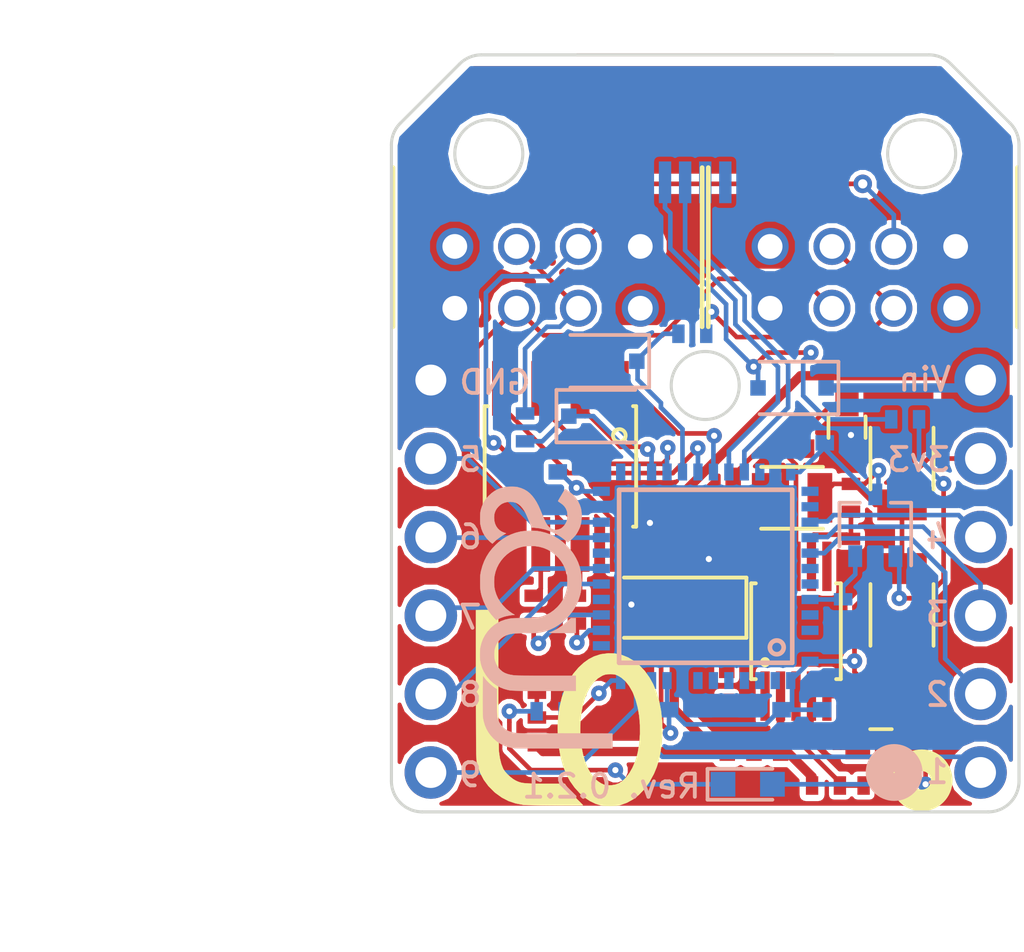
<source format=kicad_pcb>
(kicad_pcb (version 20221018) (generator pcbnew)
  (layers (0 "F.Cu" signal) (31 "B.Cu" signal) (34 "B.Paste" user) (35 "F.Paste" user) (36 "B.SilkS" user "B.Silkscreen") (37 "F.SilkS" user "F.Silkscreen") (38 "B.Mask" user) (39 "F.Mask" user) (44 "Edge.Cuts" user))
  (net 0 "")
  (net 1 "Net-(U2-Pad2)")
  (net 2 "Net-(U2-Pad3)")
  (net 3 "Net-(U2-Pad4)")
  (net 4 "Net-(U2-Pad5)")
  (net 5 "Net-(U2-Pad6)")
  (net 6 "Net-(U2-Pad7)")
  (net 7 "Net-(U2-Pad14)")
  (net 8 "Net-(U2-Pad17)")
  (net 9 "Net-(U2-Pad20)")
  (net 10 "Net-(U2-Pad25)")
  (net 11 "Net-(U2-Pad34)")
  (net 12 "Net-(U2-Pad37)")
  (net 13 "Net-(U2-Pad38)")
  (net 14 "Net-(U2-Pad42)")
  (net 15 "Net-(U2-Pad43)")
  (net 16 "Net-(U2-Pad45)")
  (net 17 "Net-(U2-Pad46)")
  (net 18 "Net-(J3-Pad4)")
  (net 19 "/RxD")
  (net 20 "/DE")
  (net 21 "/PTPA")
  (net 22 "/TxD")
  (net 23 "/PTPB")
  (net 24 "/RE")
  (net 25 "GND")
  (net 26 "/A_RS_485_N")
  (net 27 "/B_RS_485_P")
  (net 28 "+3V3")
  (net 29 "/Vin")
  (net 30 "/D-")
  (net 31 "/D+")
  (net 32 "/SCK/CK")
  (net 33 "/MISO/MCK")
  (net 34 "/MOSI/SD")
  (net 35 "/TIM2.1/ADC0")
  (net 36 "/TIM2.2/ADC1")
  (net 37 "/TIM3.3")
  (net 38 "/TIM3.4")
  (net 39 "/TX/SCL/TIM2.3")
  (net 40 "/RX/SDA/TIM2.4")
  (net 41 "/BOOT0")
  (net 42 "+5VP")
  (net 43 "Net-(Q1-Pad1)")
  (net 44 "Net-(C12-Pad1)")
  (net 45 "Net-(C12-Pad2)")
  (net 46 "Net-(R5-Pad2)")
  (net 47 "Net-(C11-Pad1)")
  (net 48 "Net-(R8-Pad1)")
  (net 49 "Net-(U3-Pad6)")
  (net 50 "Net-(R10-Pad1)")
  (net 51 "Net-(C9-Pad1)")
  (net 52 "Net-(C10-Pad1)")
  (net 53 "/RS485_LVL_DOWN")
  (net 54 "/RS485_LVL_UP")
  (net 55 "Net-(R11-Pad2)")
  (net 56 "Net-(D3-Pad1)")
  (net 57 "Net-(R13-Pad2)")
  (net 58 "/PTPB_PRO")
  (net 59 "/PTPA_PRO")
  (footprint "Common_Footprint:SO8" (layer "F.Cu") (at 33.216 149.119 180)
    (fp_text reference "U1")
    (fp_text value "ST3485ECDR" hide)
  )
  (footprint "l0_Kicad_Footprint:l0_logo" (layer "F.Cu") (at 33.455 156.945)
    (fp_text reference "G***" hide)
    (fp_text value "LOGO" hide)
  )
  (footprint "Common_Footprint:SOD-123F" (layer "F.Cu") (at 36.772 153.691 180)
    (fp_text reference "D2")
    (fp_text value "SS14FL" hide)
  )
  (footprint "Common_Footprint:R_0402_NoSilk" (layer "F.Cu") (at 42.614 150.135 -90)
    (fp_text reference "R9" hide)
    (fp_text value "31.6K" hide)
  )
  (footprint "Common_Footprint:R_0402_NoSilk" (layer "F.Cu") (at 32.3524 153.7545 -90)
    (fp_text reference "R4" hide)
    (fp_text value "10K" hide)
  )
  (footprint "Common_Footprint:R_0402_NoSilk" (layer "F.Cu") (at 32.455 155.995 90)
    (fp_text reference "R12" hide)
    (fp_text value "10K" hide)
  )
  (footprint "Common_Footprint:R_0402_NoSilk" (layer "F.Cu") (at 43.12708 156.9168)
    (fp_text reference "R8" hide)
    (fp_text value "174K" hide)
  )
  (footprint "Common_Footprint:R_0402_NoSilk" (layer "F.Cu") (at 40.78012 148.54496)
    (fp_text reference "R7" hide)
    (fp_text value "150K" hide)
  )
  (footprint "Common_Footprint:R_0402_NoSilk" (layer "F.Cu") (at 43.47252 159.44664)
    (fp_text reference "R6" hide)
    (fp_text value "68.1K" hide)
  )
  (footprint "Common_Footprint:R_0402_NoSilk" (layer "F.Cu") (at 33.7494 153.7545 90)
    (fp_text reference "R3" hide)
    (fp_text value "10K" hide)
  )
  (footprint "Common_Footprint:R_0402_NoSilk" (layer "F.Cu") (at 32.455 157.695 90)
    (fp_text reference "R11" hide)
    (fp_text value "68K" hide)
  )
  (footprint "Common_Footprint:R_0402_NoSilk" (layer "F.Cu") (at 42.614 151.913 -90)
    (fp_text reference "R10" hide)
    (fp_text value "10K" hide)
  )
  (footprint "Common_Footprint:R_0402_NoSilk" (layer "F.Cu") (at 41.80628 159.44664)
    (fp_text reference "R5" hide)
    (fp_text value "105K" hide)
  )
  (footprint "Common_Footprint:L_0806" (layer "F.Cu") (at 40.709 150.135)
    (fp_text reference "L1")
    (fp_text value "4,7µH" hide)
  )
  (footprint "Common_Footprint:DF11-8DP-2DS(24)" (layer "F.Cu") (at 43 143)
    (fp_text reference "J2")
    (fp_text value "DF11-8DP-2DS(24)" hide)
  )
  (footprint "Common_Footprint:DF11-8DP-2DS(24)" (layer "F.Cu") (at 32.8 143)
    (fp_text reference "J1")
    (fp_text value "DF11-8DP-2DS(24)" hide)
  )
  (footprint "Common_Footprint:C_1206" (layer "F.Cu") (at 44.265 148.865 -90)
    (fp_text reference "C14" hide)
    (fp_text value "47µF" hide)
  )
  (footprint "Common_Footprint:C_1206" (layer "F.Cu") (at 44.265 153.925 90)
    (fp_text reference "C13" hide)
    (fp_text value "47µF" hide)
  )
  (footprint "Common_Footprint:C_0603" (layer "F.Cu") (at 43.58428 158.22236)
    (fp_text reference "C11" hide)
    (fp_text value "6.8nF" hide)
  )
  (footprint "Common_Footprint:C_0603" (layer "F.Cu") (at 42.487 147.849 -90)
    (fp_text reference "C10" hide)
    (fp_text value "470pF" hide)
  )
  (footprint "Common_Footprint:C_0402_NoSilk" (layer "F.Cu") (at 38.6135 158.898 -90)
    (fp_text reference "C7" hide)
    (fp_text value "1µF" hide)
  )
  (footprint "Common_Footprint:C_0402_NoSilk" (layer "F.Cu") (at 40.3407 158.898 -90)
    (fp_text reference "C5" hide)
    (fp_text value "1µF" hide)
  )
  (footprint "Common_Footprint:C_0402_NoSilk" (layer "F.Cu") (at 39.4771 158.898 -90)
    (fp_text reference "C6" hide)
    (fp_text value "1µF" hide)
  )
  (footprint "Common_Footprint:C_0402_NoSilk" (layer "F.Cu") (at 38.804 150.008 -90)
    (fp_text reference "C9" hide)
    (fp_text value "27pF" hide)
  )
  (footprint "Common_Footprint:826926-6" (layer "F.Cu") (at 29.025 152.675 -90)
    (fp_text reference "J5")
    (fp_text value "Header6Contacts" hide)
  )
  (footprint "Common_Footprint:826926-6" (layer "F.Cu") (at 46.805 152.675 90)
    (fp_text reference "J4")
    (fp_text value "Header6Contacts" hide)
  )
  (footprint "Common_Footprint:C_0402_NoSilk" (layer "F.Cu") (at 38.59572 156.22084 -90)
    (fp_text reference "C12" hide)
    (fp_text value "100nF" hide)
  )
  (footprint "Common_Footprint:S-PDSO-G10" (layer "F.Cu") (at 40.836 154.453)
    (fp_text reference "U3")
    (fp_text value "TPS5401" hide)
  )
  (footprint "Common_Footprint:MicroUSB_B" (layer "B.Cu") (at 37.9 137.25)
    (fp_text reference "J3")
    (fp_text value "µUSB_B" hide)
  )
  (footprint "TO_SOT_Packages_SMD:SOT-323_SC-70" (layer "B.Cu") (at 43.4014 151.024 90)
    (fp_text reference "Q1" hide)
    (fp_text value "BC846BWT1G" hide)
  )
  (footprint "Common_Footprint:D_SOD-323F" (layer "B.Cu") (at 40.709 146.579 180)
    (fp_text reference "D1" hide)
    (fp_text value "NSR0340HT1G" hide)
  )
  (footprint "Common_Footprint:UFQFPN48" (layer "B.Cu") (at 37.915 152.675 90)
    (fp_text reference "U2")
    (fp_text value "STM32F072CBU" hide)
  )
  (footprint "Common_Footprint:R_0402_NoSilk" (layer "B.Cu") (at 42.36 153.8688 -90)
    (fp_text reference "R2" hide)
    (fp_text value "510" hide)
  )
  (footprint "Common_Footprint:R_0402_NoSilk" (layer "B.Cu") (at 44.3666 147.595 180)
    (fp_text reference "R1" hide)
    (fp_text value "10K" hide)
  )
  (footprint "Common_Footprint:R_0402_NoSilk" (layer "B.Cu") (at 32.8985 157.0438)
    (fp_text reference "R13" hide)
    (fp_text value "82" hide)
  )
  (footprint "Common_Footprint:C_0402_NoSilk" (layer "B.Cu") (at 42.233 156.993)
    (fp_text reference "C2" hide)
    (fp_text value "100nF" hide)
  )
  (footprint "Common_Footprint:C_0402_NoSilk" (layer "B.Cu") (at 37.28 156.993)
    (fp_text reference "C3" hide)
    (fp_text value "100nF" hide)
  )
  (footprint "Common_Footprint:C_0402_NoSilk" (layer "B.Cu") (at 39.82 156.993 180)
    (fp_text reference "C4" hide)
    (fp_text value "1µF" hide)
  )
  (footprint "Common_Footprint:C_0402_NoSilk" (layer "B.Cu") (at 41.217 148.357 180)
    (fp_text reference "C1" hide)
    (fp_text value "100nF" hide)
  )
  (footprint "Common_Footprint:C_0402_NoSilk" (layer "B.Cu") (at 32.581 149.2968 180)
    (fp_text reference "C8" hide)
    (fp_text value "100nF" hide)
  )
  (footprint "Common_Footprint:LED_0603" (layer "B.Cu") (at 39.274 159.406)
    (fp_text reference "D3")
    (fp_text value "SMLE13BC8TT86" hide)
  )
  (footprint "Common_Footprint:R_0402_NoSilk" (layer "B.Cu") (at 32.073 147.8562 90)
    (fp_text reference "R14")
    (fp_text value "100" hide)
  )
  (footprint "Common_Footprint:R_0402_NoSilk" (layer "B.Cu") (at 37.4832 144.8264)
    (fp_text reference "R15")
    (fp_text value "100" hide)
  )
  (footprint "Common_Footprint:Luos_logo_small" (layer "B.Cu") (at 32.7588 153.7672 90)
    (fp_text reference "" hide)
    (fp_text value "" hide)
  )
  (footprint "Common_Footprint:D_SOD-323F" (layer "B.Cu") (at 34.5876 147.4934)
    (fp_text reference "D4" hide)
    (fp_text value "D_Zener" hide)
  )
  (footprint "Common_Footprint:D_SOD-323F" (layer "B.Cu") (at 34.5876 145.7154 180)
    (fp_text reference "D5" hide)
    (fp_text value "D_Zener" hide)
  )
  (gr_circle (center 44.011 159.025) (end 44.481 159.025) (stroke (width 0.9)) (fill none) (layer "B.SilkS"))
  (gr_circle (center 44.9 159.279) (end 45.2 159.279) (stroke (width 0.7)) (fill none) (layer "F.SilkS"))
  (gr_line (start 48.05 138.714214) (end 48.05 159.3) (stroke (width 0.1)) (layer "Edge.Cuts"))
  (gr_arc (start 27.75 138.714214) (mid 27.82612 138.331531) (end 28.042893 138.007107) (stroke (width 0.1)) (layer "Edge.Cuts"))
  (gr_circle (center 44.9 139) (end 46 139) (stroke (width 0.1)) (fill none) (layer "Edge.Cuts"))
  (gr_line (start 28.75 160.3) (end 47.05 160.3) (stroke (width 0.1)) (layer "Edge.Cuts"))
  (gr_line (start 47.757106 138.007107) (end 45.842893 136.092894) (stroke (width 0.1)) (layer "Edge.Cuts"))
  (gr_arc (start 47.757107 138.007107) (mid 47.97388 138.33153) (end 48.05 138.714214) (stroke (width 0.1)) (layer "Edge.Cuts"))
  (gr_arc (start 29.957106 136.092893) (mid 30.281529 135.87612) (end 30.664213 135.8) (stroke (width 0.1)) (layer "Edge.Cuts"))
  (gr_line (start 29.957106 136.092894) (end 28.042893 138.007107) (stroke (width 0.1)) (layer "Edge.Cuts"))
  (gr_circle (center 30.9 139) (end 32 139) (stroke (width 0.1)) (fill none) (layer "Edge.Cuts"))
  (gr_arc (start 45.135787 135.8) (mid 45.51847 135.876121) (end 45.842893 136.092894) (stroke (width 0.1)) (layer "Edge.Cuts"))
  (gr_circle (center 37.9 146.5) (end 39 146.5) (stroke (width 0.1)) (fill none) (layer "Edge.Cuts"))
  (gr_arc (start 48.05 159.3) (mid 47.757107 160.007107) (end 47.05 160.3) (stroke (width 0.1)) (layer "Edge.Cuts"))
  (gr_arc (start 28.75 160.3) (mid 28.042893 160.007107) (end 27.75 159.3) (stroke (width 0.1)) (layer "Edge.Cuts"))
  (gr_line (start 30.664213 135.8) (end 45.135786 135.8) (stroke (width 0.1)) (layer "Edge.Cuts"))
  (gr_line (start 27.75 138.714214) (end 27.75 159.3) (stroke (width 0.1)) (layer "Edge.Cuts"))
  (gr_text "3v3" (at 44.8 148.9) (layer "B.SilkS") (effects (font (size 0.75 0.75) (thickness 0.125)) (justify mirror)))
  (gr_text "GND" (at 31.1 146.4) (layer "B.SilkS") (effects (font (size 0.75 0.75) (thickness 0.125)) (justify mirror)))
  (gr_text "1" (at 45.4 159) (layer "B.SilkS") (effects (font (size 0.75 0.75) (thickness 0.125)) (justify mirror)))
  (gr_text "2" (at 45.4 156.5) (layer "B.SilkS") (effects (font (size 0.75 0.75) (thickness 0.125)) (justify mirror)))
  (gr_text "3" (at 45.4 153.9) (layer "B.SilkS") (effects (font (size 0.75 0.75) (thickness 0.125)) (justify mirror)))
  (gr_text "4" (at 45.4 151.4) (layer "B.SilkS") (effects (font (size 0.75 0.75) (thickness 0.125)) (justify mirror)))
  (gr_text "6" (at 30.3 151.4) (layer "B.SilkS") (effects (font (size 0.75 0.75) (thickness 0.125)) (justify mirror)))
  (gr_text "7" (at 30.3 154) (layer "B.SilkS") (effects (font (size 0.75 0.75) (thickness 0.125)) (justify mirror)))
  (gr_text "8" (at 30.3 156.5) (layer "B.SilkS") (effects (font (size 0.75 0.75) (thickness 0.125)) (justify mirror)))
  (gr_text "9" (at 30.3 159.1) (layer "B.SilkS") (effects (font (size 0.75 0.75) (thickness 0.125)) (justify mirror)))
  (gr_text "5" (at 30.3 148.9) (layer "B.SilkS") (effects (font (size 0.75 0.75) (thickness 0.125)) (justify mirror)))
  (gr_text "Vin" (at 45 146.3) (layer "B.SilkS") (effects (font (size 0.75 0.75) (thickness 0.125)) (justify mirror)))
  (gr_text "Rev. 0.2.1" (at 34.867 159.4695) (layer "B.SilkS") (effects (font (size 0.75 0.75) (thickness 0.125)) (justify mirror)))
  (segment (start 35.121 146.594) (end 35.576 146.594) (width 0.15) (layer "F.Cu") (net 19))
  (segment (start 37.033496 148.051496) (end 38.112131 148.051496) (width 0.15) (layer "F.Cu") (net 19))
  (segment (start 38.112131 148.051496) (end 38.188551 148.127916) (width 0.15) (layer "F.Cu") (net 19))
  (segment (start 35.576 146.594) (end 37.033496 148.051496) (width 0.15) (layer "F.Cu") (net 19))
  (via (at 38.188551 148.127916) (size 0.5) (drill 0.2) (layers "F.Cu" "B.Cu") (net 19))
  (segment (start 38.165 149.3) (end 38.165 148.151467) (width 0.15) (layer "B.Cu") (net 19))
  (segment (start 38.165 148.151467) (end 38.188551 148.127916) (width 0.15) (layer "B.Cu") (net 19))
  (segment (start 32.581 146.594) (end 32.581 147.174) (width 0.15) (layer "F.Cu") (net 20))
  (segment (start 32.581 147.174) (end 34.442202 149.035202) (width 0.15) (layer "F.Cu") (net 20))
  (segment (start 34.442202 149.035202) (end 36.521007 149.035202) (width 0.15) (layer "F.Cu") (net 20))
  (segment (start 36.68999 148.866219) (end 36.68999 148.512666) (width 0.15) (layer "F.Cu") (net 20))
  (segment (start 36.521007 149.035202) (end 36.68999 148.866219) (width 0.15) (layer "F.Cu") (net 20))
  (via (at 36.68999 148.512666) (size 0.5) (drill 0.2) (layers "F.Cu" "B.Cu") (net 20))
  (segment (start 36.665 148.537656) (end 36.68999 148.512666) (width 0.15) (layer "B.Cu") (net 20))
  (segment (start 36.665 149.3) (end 36.665 148.537656) (width 0.15) (layer "B.Cu") (net 20))
  (segment (start 37.165 149.3) (end 37.165 147.9118) (width 0.15) (layer "B.Cu") (net 21))
  (segment (start 36.5434 144.8264) (end 35.7126 145.6572) (width 0.15) (layer "B.Cu") (net 21))
  (segment (start 36.4672 147.0616) (end 35.7126 146.307) (width 0.15) (layer "B.Cu") (net 21))
  (segment (start 37.165 147.9118) (end 36.4672 147.214) (width 0.15) (layer "B.Cu") (net 21))
  (segment (start 36.4672 147.214) (end 36.4672 147.0616) (width 0.15) (layer "B.Cu") (net 21))
  (segment (start 35.7126 146.307) (end 35.7126 145.7154) (width 0.15) (layer "B.Cu") (net 21))
  (segment (start 37.0332 144.8264) (end 36.5434 144.8264) (width 0.15) (layer "B.Cu") (net 21))
  (segment (start 35.7126 145.6572) (end 35.7126 145.7154) (width 0.15) (layer "B.Cu") (net 21))
  (segment (start 33.472213 149.335213) (end 31.311 147.174) (width 0.15) (layer "F.Cu") (net 22))
  (segment (start 37.661 148.526496) (end 36.852283 149.335213) (width 0.15) (layer "F.Cu") (net 22))
  (segment (start 36.852283 149.335213) (end 33.472213 149.335213) (width 0.15) (layer "F.Cu") (net 22))
  (segment (start 31.311 147.174) (end 31.311 146.594) (width 0.15) (layer "F.Cu") (net 22))
  (via (at 37.661 148.526496) (size 0.5) (drill 0.2) (layers "F.Cu" "B.Cu") (net 22))
  (segment (start 37.665 148.530496) (end 37.661 148.526496) (width 0.15) (layer "B.Cu") (net 22))
  (segment (start 37.665 149.3) (end 37.665 148.530496) (width 0.15) (layer "B.Cu") (net 22))
  (segment (start 34.0126 147.4934) (end 33.4626 147.4934) (width 0.15) (layer "B.Cu") (net 23))
  (segment (start 35.665 149.3) (end 35.665 148.875) (width 0.15) (layer "B.Cu") (net 23))
  (segment (start 35.665 148.875) (end 34.2834 147.4934) (width 0.15) (layer "B.Cu") (net 23))
  (segment (start 32.6318 148.3062) (end 33.4446 147.4934) (width 0.15) (layer "B.Cu") (net 23))
  (segment (start 32.073 148.3062) (end 32.6318 148.3062) (width 0.15) (layer "B.Cu") (net 23))
  (segment (start 34.2834 147.4934) (end 34.0126 147.4934) (width 0.15) (layer "B.Cu") (net 23))
  (segment (start 33.4446 147.4934) (end 33.4626 147.4934) (width 0.15) (layer "B.Cu") (net 23))
  (segment (start 33.851 147.174) (end 35.161 148.484) (width 0.15) (layer "F.Cu") (net 24))
  (segment (start 35.161 148.484) (end 35.9592 148.484) (width 0.15) (layer "F.Cu") (net 24))
  (segment (start 33.851 146.594) (end 33.851 147.174) (width 0.15) (layer "F.Cu") (net 24))
  (segment (start 35.9592 148.484) (end 36.0354 148.5602) (width 0.15) (layer "F.Cu") (net 24))
  (via (at 36.0354 148.5602) (size 0.5) (drill 0.2) (layers "F.Cu" "B.Cu") (net 24))
  (segment (start 36.165 148.6898) (end 36.0354 148.5602) (width 0.15) (layer "B.Cu") (net 24))
  (segment (start 36.165 149.3) (end 36.165 148.6898) (width 0.15) (layer "B.Cu") (net 24))
  (via (at 36.1116 150.9478) (size 0.5) (drill 0.2) (layers "F.Cu" "B.Cu") (net 25))
  (via (at 42.614 148.103) (size 0.5) (drill 0.2) (layers "F.Cu" "B.Cu") (net 25))
  (via (at 38.0166 152.1162) (size 0.5) (drill 0.2) (layers "F.Cu" "B.Cu") (net 25))
  (via (at 35.51216 153.5894) (size 0.5) (drill 0.2) (layers "F.Cu" "B.Cu") (net 25))
  (segment (start 32.581 151.644) (end 32.581 153.0759) (width 0.15) (layer "F.Cu") (net 26))
  (segment (start 41.400001 143.400001) (end 42 144) (width 0.15) (layer "F.Cu") (net 26))
  (segment (start 41.0484 143.0484) (end 41.400001 143.400001) (width 0.15) (layer "F.Cu") (net 26))
  (segment (start 36.513729 144.875001) (end 38.34033 143.0484) (width 0.15) (layer "F.Cu") (net 26))
  (segment (start 32.581 153.0759) (end 32.3524 153.3045) (width 0.15) (layer "F.Cu") (net 26))
  (segment (start 30.5236 145.2764) (end 31.200001 144.599999) (width 0.15) (layer "F.Cu") (net 26))
  (segment (start 31.8 144) (end 32.675001 144.875001) (width 0.15) (layer "F.Cu") (net 26))
  (segment (start 38.34033 143.0484) (end 41.0484 143.0484) (width 0.15) (layer "F.Cu") (net 26))
  (segment (start 31.200001 144.599999) (end 31.8 144) (width 0.15) (layer "F.Cu") (net 26))
  (segment (start 32.581 151.644) (end 32.581 150.7065) (width 0.15) (layer "F.Cu") (net 26))
  (segment (start 30.5236 148.6491) (end 30.5236 145.2764) (width 0.15) (layer "F.Cu") (net 26))
  (segment (start 32.675001 144.875001) (end 36.513729 144.875001) (width 0.15) (layer "F.Cu") (net 26))
  (segment (start 32.581 150.7065) (end 30.5236 148.6491) (width 0.15) (layer "F.Cu") (net 26))
  (segment (start 33.8 142) (end 35.825 139.975) (width 0.15) (layer "F.Cu") (net 27))
  (segment (start 42.570736 139.975) (end 42.995 139.975) (width 0.15) (layer "F.Cu") (net 27))
  (segment (start 31.144 148.357) (end 31.057 148.357) (width 0.15) (layer "F.Cu") (net 27))
  (segment (start 33.851 151.644) (end 33.851 151.064) (width 0.15) (layer "F.Cu") (net 27))
  (segment (start 33.851 153.2029) (end 33.7494 153.3045) (width 0.15) (layer "F.Cu") (net 27))
  (segment (start 33.851 151.644) (end 33.851 153.2029) (width 0.15) (layer "F.Cu") (net 27))
  (segment (start 35.825 139.975) (end 42.570736 139.975) (width 0.15) (layer "F.Cu") (net 27))
  (segment (start 33.851 151.064) (end 31.144 148.357) (width 0.15) (layer "F.Cu") (net 27))
  (via (at 42.995 139.975) (size 0.6) (drill 0.3) (layers "F.Cu" "B.Cu") (net 27))
  (via (at 31.057 148.357) (size 0.5) (drill 0.2) (layers "F.Cu" "B.Cu") (net 27))
  (segment (start 43.294999 140.274999) (end 42.995 139.975) (width 0.15) (layer "B.Cu") (net 27))
  (segment (start 32.835 142.965) (end 31.3436 142.965) (width 0.15) (layer "B.Cu") (net 27))
  (segment (start 33.8 142) (end 32.835 142.965) (width 0.15) (layer "B.Cu") (net 27))
  (segment (start 44 140.98) (end 43.294999 140.274999) (width 0.15) (layer "B.Cu") (net 27))
  (segment (start 44 142) (end 44 140.98) (width 0.15) (layer "B.Cu") (net 27))
  (segment (start 30.807001 148.107001) (end 31.057 148.357) (width 0.15) (layer "B.Cu") (net 27))
  (segment (start 31.3436 142.965) (end 30.807001 143.501599) (width 0.15) (layer "B.Cu") (net 27))
  (segment (start 30.807001 143.501599) (end 30.807001 148.107001) (width 0.15) (layer "B.Cu") (net 27))
  (segment (start 43.394 150.365) (end 42.714 149.685) (width 0.15) (layer "F.Cu") (net 28))
  (segment (start 45.72737 148.865) (end 46.805 148.865) (width 0.15) (layer "F.Cu") (net 28))
  (segment (start 43.796282 156.231) (end 43.187547 156.231) (width 0.15) (layer "F.Cu") (net 28))
  (segment (start 43.503 149.246) (end 43.064 149.685) (width 0.15) (layer "F.Cu") (net 28))
  (segment (start 36.47399 157.44338) (end 36.528601 157.497991) (width 0.15) (layer "F.Cu") (net 28))
  (segment (start 35.576 151.644) (end 36.47399 152.54199) (width 0.15) (layer "F.Cu") (net 28))
  (segment (start 42.7283 155.771753) (end 42.7283 155.4182) (width 0.15) (layer "F.Cu") (net 28))
  (segment (start 35.121 151.064) (end 33.867223 149.810223) (width 0.15) (layer "F.Cu") (net 28))
  (segment (start 44.265 152.425) (end 43.965 152.425) (width 0.15) (layer "F.Cu") (net 28))
  (segment (start 35.121 151.644) (end 35.576 151.644) (width 0.15) (layer "F.Cu") (net 28))
  (segment (start 36.47399 152.54199) (end 36.47399 157.44338) (width 0.15) (layer "F.Cu") (net 28))
  (segment (start 45.027 159.406) (end 45.027 157.461718) (width 0.15) (layer "F.Cu") (net 28))
  (segment (start 44.265 150.365) (end 44.265 149.715) (width 0.15) (layer "F.Cu") (net 28))
  (segment (start 44.265 149.715) (end 45.115 148.865) (width 0.15) (layer "F.Cu") (net 28))
  (segment (start 36.528601 157.497991) (end 36.7786 157.74799) (width 0.15) (layer "F.Cu") (net 28))
  (segment (start 45.115 148.865) (end 45.72737 148.865) (width 0.15) (layer "F.Cu") (net 28))
  (segment (start 33.867223 149.810223) (end 33.7367 149.810223) (width 0.15) (layer "F.Cu") (net 28))
  (segment (start 45.027 157.461718) (end 43.796282 156.231) (width 0.15) (layer "F.Cu") (net 28))
  (segment (start 44.265 152.425) (end 44.265 150.365) (width 0.15) (layer "F.Cu") (net 28))
  (segment (start 44.265 150.365) (end 43.394 150.365) (width 0.15) (layer "F.Cu") (net 28))
  (segment (start 35.121 151.644) (end 35.121 151.064) (width 0.15) (layer "F.Cu") (net 28))
  (segment (start 42.714 149.685) (end 42.614 149.685) (width 0.15) (layer "F.Cu") (net 28))
  (segment (start 43.064 149.685) (end 42.614 149.685) (width 0.15) (layer "F.Cu") (net 28))
  (segment (start 43.187547 156.231) (end 42.7283 155.771753) (width 0.15) (layer "F.Cu") (net 28))
  (segment (start 42.059 149.685) (end 41.609 150.135) (width 0.15) (layer "F.Cu") (net 28))
  (segment (start 42.7283 155.039247) (end 42.7283 155.3928) (width 0.15) (layer "F.Cu") (net 28))
  (segment (start 42.7283 153.6617) (end 42.7283 155.039247) (width 0.15) (layer "F.Cu") (net 28))
  (segment (start 43.965 152.425) (end 42.7283 153.6617) (width 0.15) (layer "F.Cu") (net 28))
  (segment (start 42.614 149.685) (end 42.059 149.685) (width 0.15) (layer "F.Cu") (net 28))
  (via (at 33.7367 149.810223) (size 0.5) (drill 0.2) (layers "F.Cu" "B.Cu") (net 28))
  (via (at 43.503 149.246) (size 0.5) (drill 0.2) (layers "F.Cu" "B.Cu") (net 28))
  (via (at 42.7283 155.4182) (size 0.5) (drill 0.2) (layers "F.Cu" "B.Cu") (net 28))
  (via (at 36.7786 157.74799) (size 0.5) (drill 0.2) (layers "F.Cu" "B.Cu") (net 28))
  (via (at 45.027 159.406) (size 0.5) (drill 0.2) (layers "F.Cu" "B.Cu") (net 28))
  (segment (start 40.709 156.908) (end 40.624 156.993) (width 0.15) (layer "B.Cu") (net 28))
  (segment (start 41.767 148.5514) (end 43.2396 150.024) (width 0.15) (layer "B.Cu") (net 28))
  (segment (start 36.73 156.993) (end 36.73 157.69939) (width 0.15) (layer "B.Cu") (net 28))
  (segment (start 41.767 148.357) (end 41.767 148.5514) (width 0.15) (layer "B.Cu") (net 28))
  (segment (start 33.694423 149.810223) (end 33.7367 149.810223) (width 0.15) (layer "B.Cu") (net 28))
  (segment (start 33.851477 149.925) (end 33.7367 149.810223) (width 0.15) (layer "B.Cu") (net 28))
  (segment (start 40.665 149.3) (end 40.965 149.3) (width 0.15) (layer "B.Cu") (net 28))
  (segment (start 41.29 155.425) (end 42.6961 155.425) (width 0.15) (layer "B.Cu") (net 28))
  (segment (start 43.2396 150.024) (end 43.503 150.024) (width 0.15) (layer "B.Cu") (net 28))
  (segment (start 40.709 156.094) (end 40.709 156.908) (width 0.15) (layer "B.Cu") (net 28))
  (segment (start 33.181 149.2968) (end 33.694423 149.810223) (width 0.15) (layer "B.Cu") (net 28))
  (segment (start 43.503 150.024) (end 43.503 149.246) (width 0.15) (layer "B.Cu") (net 28))
  (segment (start 36.78 156.993) (end 37.255001 157.468001) (width 0.15) (layer "B.Cu") (net 28))
  (segment (start 34.54 149.925) (end 33.851477 149.925) (width 0.15) (layer "B.Cu") (net 28))
  (segment (start 36.665 156.928) (end 36.73 156.993) (width 0.15) (layer "B.Cu") (net 28))
  (segment (start 40.965 149.3) (end 41.767 148.498) (width 0.15) (layer "B.Cu") (net 28))
  (segment (start 36.665 156.05) (end 36.665 156.928) (width 0.15) (layer "B.Cu") (net 28))
  (segment (start 40.665 156.05) (end 40.709 156.094) (width 0.15) (layer "B.Cu") (net 28))
  (segment (start 36.73 157.69939) (end 36.7786 157.74799) (width 0.15) (layer "B.Cu") (net 28))
  (segment (start 33.131 149.2968) (end 33.181 149.2968) (width 0.15) (layer "B.Cu") (net 28))
  (segment (start 40.328 156.993) (end 40.624 156.993) (width 0.15) (layer "B.Cu") (net 28))
  (segment (start 37.255001 157.468001) (end 39.852999 157.468001) (width 0.15) (layer "B.Cu") (net 28))
  (segment (start 39.852999 157.468001) (end 40.328 156.993) (width 0.15) (layer "B.Cu") (net 28))
  (segment (start 40.624 156.993) (end 41.683 156.993) (width 0.15) (layer "B.Cu") (net 28))
  (segment (start 42.6961 155.425) (end 42.7283 155.3928) (width 0.15) (layer "B.Cu") (net 28))
  (segment (start 41.767 148.498) (end 41.767 148.357) (width 0.15) (layer "B.Cu") (net 28))
  (segment (start 36.73 156.993) (end 36.78 156.993) (width 0.15) (layer "B.Cu") (net 28))
  (segment (start 41.29 155.425) (end 40.665 156.05) (width 0.15) (layer "B.Cu") (net 28))
  (segment (start 40.074 159.406) (end 45.027 159.406) (width 0.15) (layer "B.Cu") (net 28))
  (segment (start 39.6803 158.348) (end 40.5439 158.348) (width 0.3) (layer "F.Cu") (net 29))
  (segment (start 41.35628 159.16038) (end 41.35628 159.44664) (width 0.3) (layer "F.Cu") (net 29))
  (segment (start 45.72737 146.325) (end 46.805 146.325) (width 0.3) (layer "F.Cu") (net 29))
  (segment (start 40.336 158.3472) (end 40.3368 158.348) (width 0.3) (layer "F.Cu") (net 29))
  (segment (start 38.2667 158.348) (end 38.8167 158.348) (width 0.3) (layer "F.Cu") (net 29))
  (segment (start 36.899 156.9803) (end 38.2667 158.348) (width 0.3) (layer "F.Cu") (net 29))
  (segment (start 46.805 146.325) (end 46.6653 146.1853) (width 0.3) (layer "F.Cu") (net 29))
  (segment (start 35.8 144) (end 35.8109 144.0109) (width 0.5) (layer "F.Cu") (net 29))
  (segment (start 40.5439 158.348) (end 41.35628 159.16038) (width 0.3) (layer "F.Cu") (net 29))
  (segment (start 40.3368 158.348) (end 40.5439 158.348) (width 0.3) (layer "F.Cu") (net 29))
  (segment (start 32.658 158.348) (end 32.455 158.145) (width 0.3) (layer "F.Cu") (net 29))
  (segment (start 46.6653 146.1853) (end 40.979698 146.1853) (width 0.3) (layer "F.Cu") (net 29))
  (segment (start 38.6135 158.348) (end 32.658 158.348) (width 0.3) (layer "F.Cu") (net 29))
  (segment (start 36.899 150.265998) (end 36.899 156.9803) (width 0.3) (layer "F.Cu") (net 29))
  (segment (start 38.7747 158.39) (end 38.8167 158.348) (width 0.3) (layer "F.Cu") (net 29))
  (segment (start 40.336 158.1401) (end 40.336 158.3472) (width 0.3) (layer "F.Cu") (net 29))
  (segment (start 40.979698 146.1853) (end 36.899 150.265998) (width 0.3) (layer "F.Cu") (net 29))
  (segment (start 38.8167 158.348) (end 39.6803 158.348) (width 0.3) (layer "F.Cu") (net 29))
  (segment (start 40.336 156.553) (end 40.336 158.1401) (width 0.25) (layer "F.Cu") (net 29))
  (segment (start 29.8 142) (end 29.8 142.02) (width 0.5) (layer "B.Cu") (net 29))
  (segment (start 46.551 146.579) (end 46.805 146.325) (width 0.3) (layer "B.Cu") (net 29))
  (segment (start 41.809 146.579) (end 46.551 146.579) (width 0.3) (layer "B.Cu") (net 29))
  (segment (start 38.874988 144.520269) (end 40.252009 145.89729) (width 0.15) (layer "B.Cu") (net 30))
  (segment (start 40.252009 145.89729) (end 40.252009 147.032991) (width 0.15) (layer "B.Cu") (net 30))
  (segment (start 38.874988 143.744707) (end 38.874988 144.520269) (width 0.15) (layer "B.Cu") (net 30))
  (segment (start 38.665 148.62) (end 38.665 148.875) (width 0.15) (layer "B.Cu") (net 30))
  (segment (start 37.25 139.925) (end 37.25 142.119719) (width 0.15) (layer "B.Cu") (net 30))
  (segment (start 40.252009 147.032991) (end 38.665 148.62) (width 0.15) (layer "B.Cu") (net 30))
  (segment (start 37.25 142.119719) (end 38.874988 143.744707) (width 0.15) (layer "B.Cu") (net 30))
  (segment (start 38.665 148.875) (end 38.665 149.3) (width 0.15) (layer "B.Cu") (net 30))
  (segment (start 37.9 139.925) (end 37.9 142.329) (width 0.15) (layer "B.Cu") (net 31))
  (segment (start 39.165 148.875) (end 39.165 149.3) (width 0.15) (layer "B.Cu") (net 31))
  (segment (start 39.174999 144.396001) (end 40.582 145.803002) (width 0.15) (layer "B.Cu") (net 31))
  (segment (start 40.582 147.214) (end 39.165 148.631) (width 0.15) (layer "B.Cu") (net 31))
  (segment (start 40.582 145.803002) (end 40.582 147.214) (width 0.15) (layer "B.Cu") (net 31))
  (segment (start 37.9 142.329) (end 39.174999 143.603999) (width 0.15) (layer "B.Cu") (net 31))
  (segment (start 39.165 148.631) (end 39.165 148.875) (width 0.15) (layer "B.Cu") (net 31))
  (segment (start 39.174999 143.603999) (end 39.174999 144.396001) (width 0.15) (layer "B.Cu") (net 31))
  (segment (start 42.0552 150.6938) (end 46.0938 150.6938) (width 0.15) (layer "B.Cu") (net 32))
  (segment (start 41.29 150.925) (end 41.318 150.897) (width 0.15) (layer "B.Cu") (net 32))
  (segment (start 46.0938 150.6938) (end 46.805 151.405) (width 0.15) (layer "B.Cu") (net 32))
  (segment (start 41.318 150.897) (end 41.852 150.897) (width 0.15) (layer "B.Cu") (net 32))
  (segment (start 41.852 150.897) (end 42.0552 150.6938) (width 0.15) (layer "B.Cu") (net 32))
  (segment (start 42.18699 151.07001) (end 44.94601 151.07001) (width 0.15) (layer "B.Cu") (net 33))
  (segment (start 41.979 151.278) (end 42.18699 151.07001) (width 0.15) (layer "B.Cu") (net 33))
  (segment (start 41.852 151.405) (end 41.956001 151.300999) (width 0.15) (layer "B.Cu") (net 33))
  (segment (start 41.29 151.425) (end 41.31 151.405) (width 0.15) (layer "B.Cu") (net 33))
  (segment (start 44.94601 151.07001) (end 46.805 152.929) (width 0.15) (layer "B.Cu") (net 33))
  (segment (start 46.805 152.929) (end 46.805 153.945) (width 0.15) (layer "B.Cu") (net 33))
  (segment (start 41.31 151.405) (end 41.852 151.405) (width 0.15) (layer "B.Cu") (net 33))
  (segment (start 41.756278 151.925) (end 42.232279 151.448999) (width 0.15) (layer "B.Cu") (net 34))
  (segment (start 46.043001 155.723001) (end 46.805 156.485) (width 0.15) (layer "B.Cu") (net 34))
  (segment (start 45.662 155.342) (end 46.043001 155.723001) (width 0.15) (layer "B.Cu") (net 34))
  (segment (start 42.232279 151.448999) (end 44.558001 151.448999) (width 0.15) (layer "B.Cu") (net 34))
  (segment (start 45.662 152.552998) (end 45.662 155.342) (width 0.15) (layer "B.Cu") (net 34))
  (segment (start 41.29 151.925) (end 41.756278 151.925) (width 0.15) (layer "B.Cu") (net 34))
  (segment (start 44.558001 151.448999) (end 45.662 152.552998) (width 0.15) (layer "B.Cu") (net 34))
  (segment (start 46.297 158.517) (end 46.805 159.025) (width 0.15) (layer "B.Cu") (net 35))
  (segment (start 36.518 158.517) (end 46.297 158.517) (width 0.15) (layer "B.Cu") (net 35))
  (segment (start 36.165 156.475) (end 36.160593 156.479407) (width 0.15) (layer "B.Cu") (net 35))
  (segment (start 36.160593 156.479407) (end 36.160593 158.159593) (width 0.15) (layer "B.Cu") (net 35))
  (segment (start 36.160593 158.159593) (end 36.518 158.517) (width 0.15) (layer "B.Cu") (net 35))
  (segment (start 36.165 156.05) (end 36.165 156.475) (width 0.15) (layer "B.Cu") (net 35))
  (segment (start 33.588802 159.025) (end 30.10263 159.025) (width 0.15) (layer "B.Cu") (net 36))
  (segment (start 35.665 156.948802) (end 33.588802 159.025) (width 0.15) (layer "B.Cu") (net 36))
  (segment (start 35.665 156.05) (end 35.665 156.948802) (width 0.15) (layer "B.Cu") (net 36))
  (segment (start 30.10263 159.025) (end 29.025 159.025) (width 0.15) (layer "B.Cu") (net 36))
  (segment (start 34.54 152.925) (end 33.2454 152.925) (width 0.15) (layer "B.Cu") (net 37))
  (segment (start 33.2454 152.925) (end 29.6854 156.485) (width 0.15) (layer "B.Cu") (net 37))
  (segment (start 29.6854 156.485) (end 29.025 156.485) (width 0.15) (layer "B.Cu") (net 37))
  (segment (start 34.54 152.425) (end 32.3484 152.425) (width 0.15) (layer "B.Cu") (net 38))
  (segment (start 29.279 153.691) (end 29.025 153.945) (width 0.15) (layer "B.Cu") (net 38))
  (segment (start 31.0824 153.691) (end 29.279 153.691) (width 0.15) (layer "B.Cu") (net 38))
  (segment (start 32.3484 152.425) (end 31.0824 153.691) (width 0.15) (layer "B.Cu") (net 38))
  (segment (start 34.54 151.425) (end 29.045 151.425) (width 0.15) (layer "B.Cu") (net 39))
  (segment (start 29.045 151.425) (end 29.025 151.405) (width 0.15) (layer "B.Cu") (net 39))
  (segment (start 30.2188 148.865) (end 32.2788 150.925) (width 0.15) (layer "B.Cu") (net 40))
  (segment (start 32.2788 150.925) (end 34.54 150.925) (width 0.15) (layer "B.Cu") (net 40))
  (segment (start 29.025 148.865) (end 30.2188 148.865) (width 0.15) (layer "B.Cu") (net 40))
  (segment (start 42.36 153.0052) (end 42.7537 152.6115) (width 0.15) (layer "B.Cu") (net 41))
  (segment (start 42.36 153.368) (end 42.36 153.0052) (width 0.15) (layer "B.Cu") (net 41))
  (segment (start 42.7537 152.1233) (end 42.853 152.024) (width 0.15) (layer "B.Cu") (net 41))
  (segment (start 42.7537 152.6115) (end 42.7537 152.1233) (width 0.15) (layer "B.Cu") (net 41))
  (segment (start 42.295 153.425) (end 42.299 153.421) (width 0.15) (layer "B.Cu") (net 41))
  (segment (start 42.303 153.425) (end 42.36 153.368) (width 0.15) (layer "B.Cu") (net 41))
  (segment (start 42.46 153.495) (end 42.36 153.495) (width 0.15) (layer "B.Cu") (net 41))
  (segment (start 41.29 153.425) (end 42.303 153.425) (width 0.15) (layer "B.Cu") (net 41))
  (segment (start 39.921602 145.436) (end 40.965047 145.436) (width 0.15) (layer "F.Cu") (net 42))
  (segment (start 39.4644 145.893202) (end 39.921602 145.436) (width 0.15) (layer "F.Cu") (net 42))
  (segment (start 40.965047 145.436) (end 41.3186 145.436) (width 0.15) (layer "F.Cu") (net 42))
  (via (at 39.4644 145.893202) (size 0.5) (drill 0.2) (layers "F.Cu" "B.Cu") (net 42))
  (via (at 41.3186 145.436) (size 0.5) (drill 0.2) (layers "F.Cu" "B.Cu") (net 42))
  (segment (start 36.6 140.75) (end 36.772 140.922) (width 0.15) (layer "B.Cu") (net 42))
  (segment (start 36.772 140.922) (end 36.772 142.065998) (width 0.15) (layer "B.Cu") (net 42))
  (segment (start 41.068601 146.833603) (end 41.068601 145.685999) (width 0.15) (layer "B.Cu") (net 42))
  (segment (start 36.772 142.065998) (end 38.574977 143.868975) (width 0.15) (layer "B.Cu") (net 42))
  (segment (start 41.829998 147.595) (end 41.068601 146.833603) (width 0.15) (layer "B.Cu") (net 42))
  (segment (start 39.609 146.037802) (end 39.4644 145.893202) (width 0.15) (layer "B.Cu") (net 42))
  (segment (start 39.609 146.579) (end 39.609 146.037802) (width 0.15) (layer "B.Cu") (net 42))
  (segment (start 39.214401 145.643203) (end 39.4644 145.893202) (width 0.15) (layer "B.Cu") (net 42))
  (segment (start 41.068601 145.685999) (end 41.3186 145.436) (width 0.15) (layer "B.Cu") (net 42))
  (segment (start 38.574977 145.003779) (end 39.214401 145.643203) (width 0.15) (layer "B.Cu") (net 42))
  (segment (start 38.574977 143.868975) (end 38.574977 145.003779) (width 0.15) (layer "B.Cu") (net 42))
  (segment (start 36.6 139.925) (end 36.6 140.75) (width 0.15) (layer "B.Cu") (net 42))
  (segment (start 43.9166 147.595) (end 41.829998 147.595) (width 0.15) (layer "B.Cu") (net 42))
  (segment (start 45.6112 149.6778) (end 45.6112 152.783802) (width 0.15) (layer "F.Cu") (net 43))
  (segment (start 45.008804 153.386198) (end 44.529653 153.386198) (width 0.15) (layer "F.Cu") (net 43))
  (segment (start 45.6112 152.783802) (end 45.008804 153.386198) (width 0.15) (layer "F.Cu") (net 43))
  (segment (start 44.529653 153.386198) (end 44.1761 153.386198) (width 0.15) (layer "F.Cu") (net 43))
  (via (at 44.1761 153.386198) (size 0.5) (drill 0.2) (layers "F.Cu" "B.Cu") (net 43))
  (via (at 45.6112 149.6778) (size 0.5) (drill 0.2) (layers "F.Cu" "B.Cu") (net 43))
  (segment (start 44.8166 147.595) (end 44.8166 148.8832) (width 0.15) (layer "B.Cu") (net 43))
  (segment (start 44.1761 153.032645) (end 44.1761 153.386198) (width 0.15) (layer "B.Cu") (net 43))
  (segment (start 44.8166 148.8832) (end 45.6112 149.6778) (width 0.15) (layer "B.Cu") (net 43))
  (segment (start 44.153 152.024) (end 44.1761 152.0471) (width 0.15) (layer "B.Cu") (net 43))
  (segment (start 44.1761 152.0471) (end 44.1761 153.032645) (width 0.15) (layer "B.Cu") (net 43))
  (segment (start 39.836 153.037) (end 39.182 153.691) (width 0.15) (layer "F.Cu") (net 44))
  (segment (start 39.836 152.353) (end 39.836 153.037) (width 0.15) (layer "F.Cu") (net 44))
  (segment (start 39.836 152.353) (end 39.836 150.162) (width 0.15) (layer "F.Cu") (net 44))
  (segment (start 39.836 150.162) (end 39.809 150.135) (width 0.15) (layer "F.Cu") (net 44))
  (segment (start 38.59572 154.00472) (end 38.282 153.691) (width 0.15) (layer "F.Cu") (net 44))
  (segment (start 39.182 153.691) (end 38.282 153.691) (width 0.15) (layer "F.Cu") (net 44))
  (segment (start 38.59572 155.47084) (end 38.59572 154.00472) (width 0.15) (layer "F.Cu") (net 44))
  (segment (start 38.77156 156.795) (end 39.594 156.795) (width 0.15) (layer "F.Cu") (net 45))
  (segment (start 38.59572 156.97084) (end 38.77156 156.795) (width 0.15) (layer "F.Cu") (net 45))
  (segment (start 39.594 156.795) (end 39.836 156.553) (width 0.15) (layer "F.Cu") (net 45))
  (segment (start 43.02252 159.44664) (end 42.25628 159.44664) (width 0.15) (layer "F.Cu") (net 46))
  (segment (start 42.25628 159.34664) (end 42.25628 159.44664) (width 0.15) (layer "F.Cu") (net 46))
  (segment (start 41.068901 157.640903) (end 41.068901 158.159261) (width 0.15) (layer "F.Cu") (net 46))
  (segment (start 41.068901 158.159261) (end 42.25628 159.34664) (width 0.15) (layer "F.Cu") (net 46))
  (segment (start 40.836 157.408002) (end 41.068901 157.640903) (width 0.15) (layer "F.Cu") (net 46))
  (segment (start 40.836 156.553) (end 40.836 157.408002) (width 0.15) (layer "F.Cu") (net 46))
  (segment (start 41.336 157.503) (end 42.05536 158.22236) (width 0.15) (layer "F.Cu") (net 47))
  (segment (start 42.05536 158.22236) (end 42.28428 158.22236) (width 0.15) (layer "F.Cu") (net 47))
  (segment (start 41.336 156.553) (end 41.336 157.503) (width 0.15) (layer "F.Cu") (net 47))
  (segment (start 42.28428 158.22236) (end 42.83428 158.22236) (width 0.15) (layer "F.Cu") (net 47))
  (segment (start 41.836 156.553) (end 42.31328 156.553) (width 0.15) (layer "F.Cu") (net 48))
  (segment (start 42.31328 156.553) (end 42.67708 156.9168) (width 0.15) (layer "F.Cu") (net 48))
  (segment (start 41.336 151.403) (end 41.411001 151.327999) (width 0.15) (layer "F.Cu") (net 50))
  (segment (start 42.478999 151.327999) (end 42.614 151.463) (width 0.15) (layer "F.Cu") (net 50))
  (segment (start 42.614 150.585) (end 42.614 151.463) (width 0.15) (layer "F.Cu") (net 50))
  (segment (start 41.411001 151.327999) (end 42.478999 151.327999) (width 0.15) (layer "F.Cu") (net 50))
  (segment (start 41.336 152.353) (end 41.336 151.403) (width 0.15) (layer "F.Cu") (net 50))
  (segment (start 40.836 152.353) (end 40.836 149.06312) (width 0.15) (layer "F.Cu") (net 51))
  (segment (start 40.836 149.06312) (end 40.33012 148.55724) (width 0.15) (layer "F.Cu") (net 51))
  (segment (start 40.33012 148.54496) (end 39.66704 148.54496) (width 0.15) (layer "F.Cu") (net 51))
  (segment (start 38.804 149.408) (end 38.804 149.458) (width 0.15) (layer "F.Cu") (net 51))
  (segment (start 40.33012 148.55724) (end 40.33012 148.54496) (width 0.15) (layer "F.Cu") (net 51))
  (segment (start 39.66704 148.54496) (end 38.804 149.408) (width 0.15) (layer "F.Cu") (net 51))
  (segment (start 41.23012 147.87398) (end 41.8781 147.226) (width 0.15) (layer "F.Cu") (net 52))
  (segment (start 41.8781 147.226) (end 42.614 147.226) (width 0.15) (layer "F.Cu") (net 52))
  (segment (start 41.23012 148.54496) (end 41.23012 147.87398) (width 0.15) (layer "F.Cu") (net 52))
  (segment (start 33.7494 154.2045) (end 33.7494 154.8213) (width 0.15) (layer "F.Cu") (net 53))
  (via (at 33.7494 154.8213) (size 0.5) (drill 0.2) (layers "F.Cu" "B.Cu") (net 53))
  (segment (start 34.1457 154.425) (end 34.54 154.425) (width 0.15) (layer "B.Cu") (net 53))
  (segment (start 33.7494 154.8213) (end 34.1457 154.425) (width 0.15) (layer "B.Cu") (net 53))
  (segment (start 32.3524 154.6943) (end 32.5048 154.8467) (width 0.15) (layer "F.Cu") (net 54))
  (segment (start 32.3524 154.2045) (end 32.3524 154.6943) (width 0.15) (layer "F.Cu") (net 54))
  (via (at 32.5048 154.8467) (size 0.5) (drill 0.2) (layers "F.Cu" "B.Cu") (net 54))
  (segment (start 32.5048 154.8467) (end 33.4265 153.925) (width 0.15) (layer "B.Cu") (net 54))
  (segment (start 33.4265 153.925) (end 34.54 153.925) (width 0.15) (layer "B.Cu") (net 54))
  (segment (start 34.210601 156.709599) (end 34.4606 156.4596) (width 0.15) (layer "F.Cu") (net 55))
  (segment (start 33.6752 157.245) (end 34.210601 156.709599) (width 0.15) (layer "F.Cu") (net 55))
  (segment (start 32.455 157.245) (end 33.6752 157.245) (width 0.15) (layer "F.Cu") (net 55))
  (segment (start 32.455 157.245) (end 32.455 156.445) (width 0.15) (layer "F.Cu") (net 55))
  (via (at 34.4606 156.4596) (size 0.5) (drill 0.2) (layers "F.Cu" "B.Cu") (net 55))
  (segment (start 34.4606 156.4544) (end 34.4606 156.4596) (width 0.15) (layer "B.Cu") (net 55))
  (segment (start 34.865 156.05) (end 34.4606 156.4544) (width 0.15) (layer "B.Cu") (net 55))
  (segment (start 35.165 156.05) (end 34.865 156.05) (width 0.15) (layer "B.Cu") (net 55))
  (segment (start 32.263008 158.94801) (end 31.565 158.250002) (width 0.15) (layer "F.Cu") (net 56))
  (segment (start 31.565 158.250002) (end 31.565 157.397352) (width 0.15) (layer "F.Cu") (net 56))
  (segment (start 34.994 158.94801) (end 32.263008 158.94801) (width 0.15) (layer "F.Cu") (net 56))
  (segment (start 31.565 157.397352) (end 31.565 157.043799) (width 0.15) (layer "F.Cu") (net 56))
  (via (at 34.994 158.94801) (size 0.5) (drill 0.2) (layers "F.Cu" "B.Cu") (net 56))
  (via (at 31.565 157.043799) (size 0.5) (drill 0.2) (layers "F.Cu" "B.Cu") (net 56))
  (segment (start 38.474 159.406) (end 35.45199 159.406) (width 0.15) (layer "B.Cu") (net 56))
  (segment (start 35.45199 159.406) (end 35.243999 159.198009) (width 0.15) (layer "B.Cu") (net 56))
  (segment (start 35.243999 159.198009) (end 34.994 158.94801) (width 0.15) (layer "B.Cu") (net 56))
  (segment (start 32.4485 157.0438) (end 31.918553 157.043799) (width 0.15) (layer "B.Cu") (net 56))
  (segment (start 31.918553 157.043799) (end 31.565 157.043799) (width 0.15) (layer "B.Cu") (net 56))
  (segment (start 33.3485 157.0438) (end 33.3485 156.4915) (width 0.15) (layer "B.Cu") (net 57))
  (segment (start 34.54 155.425) (end 34.415 155.425) (width 0.15) (layer "B.Cu") (net 57))
  (segment (start 34.415 155.425) (end 33.3485 156.4915) (width 0.15) (layer "B.Cu") (net 57))
  (segment (start 31.8 142) (end 33.8 144) (width 0.15) (layer "F.Cu") (net 58))
  (segment (start 33.8 144) (end 33.200001 144.599999) (width 0.15) (layer "B.Cu") (net 58))
  (segment (start 33.200001 144.599999) (end 32.782001 144.599999) (width 0.15) (layer "B.Cu") (net 58))
  (segment (start 32.782001 144.599999) (end 32.073 145.309) (width 0.15) (layer "B.Cu") (net 58))
  (segment (start 32.073 145.309) (end 32.073 147.4062) (width 0.15) (layer "B.Cu") (net 58))
  (segment (start 38.918123 144.933356) (end 38.099967 144.1152) (width 0.15) (layer "F.Cu") (net 59))
  (segment (start 43.066644 144.933356) (end 38.918123 144.933356) (width 0.15) (layer "F.Cu") (net 59))
  (segment (start 44 144) (end 43.066644 144.933356) (width 0.15) (layer "F.Cu") (net 59))
  (segment (start 42 142) (end 44 144) (width 0.15) (layer "F.Cu") (net 59))
  (via (at 38.099967 144.1152) (size 0.5) (drill 0.2) (layers "F.Cu" "B.Cu") (net 59))
  (segment (start 37.9332 144.8264) (end 37.9332 144.281967) (width 0.15) (layer "B.Cu") (net 59))
  (segment (start 37.9332 144.281967) (end 38.099967 144.1152) (width 0.15) (layer "B.Cu") (net 59))
  (zone (net 25) (net_name "GND") (layer "F.Cu") (connect_pads yes (clearance 0.15)) (min_thickness 0.127) (fill yes (thermal_gap 0.127) (thermal_bridge_width 0.254))
    (polygon (pts (xy 27.755 160.295) (xy 27.755 145.309) (xy 45.281 145.309) (xy 45.281 147.849) (xy 48.075 147.849) (xy 48.075 160.295)))
  )
  (zone (net 29) (net_name "/Vin") (layer "F.Cu") (connect_pads yes (clearance 0.254)) (min_thickness 0.254) (fill yes (thermal_gap 0.127) (thermal_bridge_width 0.508))
    (polygon (pts (xy 27.755 145.055) (xy 27.755 138.705) (xy 30.295 136.165) (xy 45.535 136.165) (xy 48.075 138.705) (xy 48.075 145.055) (xy 48.075 147.595) (xy 45.535 147.595) (xy 45.535 145.055)))
  )
  (zone (net 25) (net_name "GND") (layer "B.Cu") (connect_pads yes (clearance 0.15)) (min_thickness 0.127) (fill yes (thermal_gap 0.127) (thermal_bridge_width 0.254))
    (polygon (pts (xy 27.755 160.295) (xy 27.755 138.705) (xy 30.295 136.165) (xy 45.535 136.165) (xy 48.075 138.705) (xy 48.075 160.295)))
  )
)
</source>
